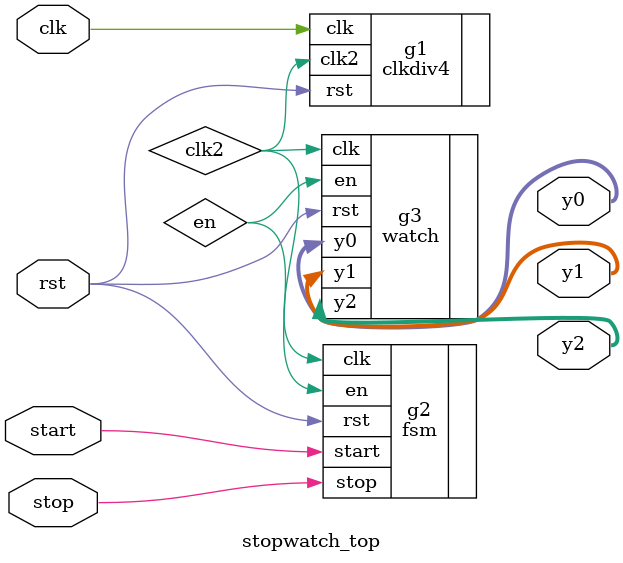
<source format=sv>
`include "../Stopwatch/clkdiv4.sv"
`include "../Stopwatch/fsm.sv"
`include "../Stopwatch/watch.sv"

module stopwatch_top (
    input  logic       clk,
    input  logic       rst,
    input  logic       start,
    input  logic       stop,
    output logic [3:0] y2,
    output logic [3:0] y1,
    output logic [3:0] y0

);
  // Internal Registers
  logic clk2;
  logic en;

  // Module Instantiation
  clkdiv4 g1 (
      .clk (clk),
      .rst (rst),
      .clk2(clk2)
  );

  fsm g2 (
      .clk(clk2),
      .rst(rst),
      .start(start),
      .stop(stop),
      .en(en)
  );

  watch g3 (
      .clk(clk2),
      .rst(rst),
      .en (en),
      .y2 (y2),
      .y1 (y1),
      .y0 (y0)
  );

endmodule

</source>
